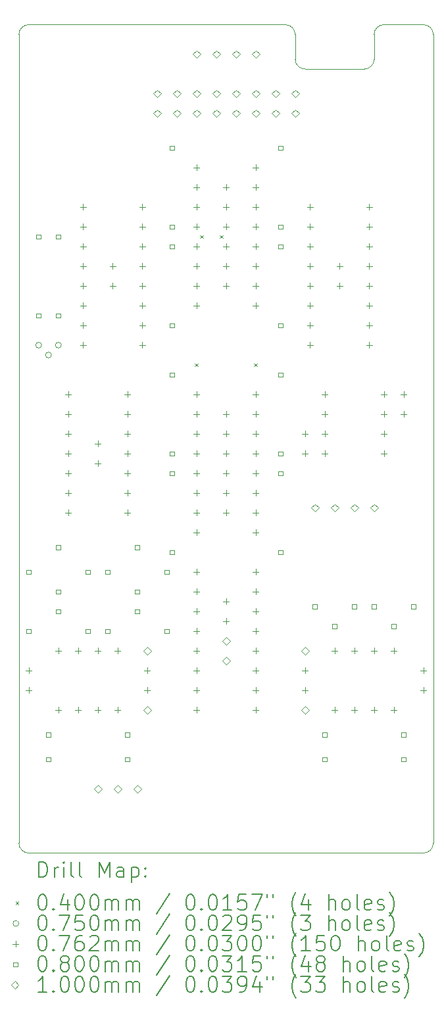
<source format=gbr>
%FSLAX45Y45*%
G04 Gerber Fmt 4.5, Leading zero omitted, Abs format (unit mm)*
G04 Created by KiCad (PCBNEW (6.0.0)) date 2022-08-08 23:12:58*
%MOMM*%
%LPD*%
G01*
G04 APERTURE LIST*
%TA.AperFunction,Profile*%
%ADD10C,0.050000*%
%TD*%
%ADD11C,0.200000*%
%ADD12C,0.040000*%
%ADD13C,0.075000*%
%ADD14C,0.076200*%
%ADD15C,0.080000*%
%ADD16C,0.100000*%
G04 APERTURE END LIST*
D10*
X5207000Y0D02*
X4699000Y0D01*
X3683000Y-571500D02*
X4445000Y-571500D01*
X0Y-10541000D02*
X0Y-127000D01*
X3429000Y0D02*
X127000Y0D01*
X0Y-10541000D02*
G75*
G03*
X127000Y-10668000I127000J0D01*
G01*
X5207000Y-10668000D02*
X127000Y-10668000D01*
X3556000Y-127000D02*
G75*
G03*
X3429000Y0I-127000J0D01*
G01*
X3556000Y-444500D02*
G75*
G03*
X3683000Y-571500I127000J0D01*
G01*
X5334000Y-127000D02*
X5334000Y-10541000D01*
X127000Y0D02*
G75*
G03*
X0Y-127000I0J-127000D01*
G01*
X4699000Y0D02*
G75*
G03*
X4572000Y-127000I0J-127000D01*
G01*
X5334000Y-127000D02*
G75*
G03*
X5207000Y0I-127000J0D01*
G01*
X3556000Y-127000D02*
X3556000Y-444500D01*
X4445000Y-571500D02*
G75*
G03*
X4572000Y-444500I0J127000D01*
G01*
X5207000Y-10668000D02*
G75*
G03*
X5334000Y-10541000I0J127000D01*
G01*
X4572000Y-444500D02*
X4572000Y-127000D01*
D11*
D12*
X2266000Y-4361500D02*
X2306000Y-4401500D01*
X2306000Y-4361500D02*
X2266000Y-4401500D01*
X2329500Y-2710500D02*
X2369500Y-2750500D01*
X2369500Y-2710500D02*
X2329500Y-2750500D01*
X2583500Y-2710500D02*
X2623500Y-2750500D01*
X2623500Y-2710500D02*
X2583500Y-2750500D01*
X3028000Y-4361500D02*
X3068000Y-4401500D01*
X3068000Y-4361500D02*
X3028000Y-4401500D01*
D13*
X291500Y-4127500D02*
G75*
G03*
X291500Y-4127500I-37500J0D01*
G01*
X418500Y-4254500D02*
G75*
G03*
X418500Y-4254500I-37500J0D01*
G01*
X545500Y-4127500D02*
G75*
G03*
X545500Y-4127500I-37500J0D01*
G01*
D14*
X127000Y-8280400D02*
X127000Y-8356600D01*
X88900Y-8318500D02*
X165100Y-8318500D01*
X127000Y-8534400D02*
X127000Y-8610600D01*
X88900Y-8572500D02*
X165100Y-8572500D01*
X508000Y-8026400D02*
X508000Y-8102600D01*
X469900Y-8064500D02*
X546100Y-8064500D01*
X508000Y-8788400D02*
X508000Y-8864600D01*
X469900Y-8826500D02*
X546100Y-8826500D01*
X635000Y-4724400D02*
X635000Y-4800600D01*
X596900Y-4762500D02*
X673100Y-4762500D01*
X635000Y-4978400D02*
X635000Y-5054600D01*
X596900Y-5016500D02*
X673100Y-5016500D01*
X635000Y-5232400D02*
X635000Y-5308600D01*
X596900Y-5270500D02*
X673100Y-5270500D01*
X635000Y-5486400D02*
X635000Y-5562600D01*
X596900Y-5524500D02*
X673100Y-5524500D01*
X635000Y-5740400D02*
X635000Y-5816600D01*
X596900Y-5778500D02*
X673100Y-5778500D01*
X635000Y-5994400D02*
X635000Y-6070600D01*
X596900Y-6032500D02*
X673100Y-6032500D01*
X635000Y-6248400D02*
X635000Y-6324600D01*
X596900Y-6286500D02*
X673100Y-6286500D01*
X762000Y-8026400D02*
X762000Y-8102600D01*
X723900Y-8064500D02*
X800100Y-8064500D01*
X762000Y-8788400D02*
X762000Y-8864600D01*
X723900Y-8826500D02*
X800100Y-8826500D01*
X825500Y-2311400D02*
X825500Y-2387600D01*
X787400Y-2349500D02*
X863600Y-2349500D01*
X825500Y-2565400D02*
X825500Y-2641600D01*
X787400Y-2603500D02*
X863600Y-2603500D01*
X825500Y-2819400D02*
X825500Y-2895600D01*
X787400Y-2857500D02*
X863600Y-2857500D01*
X825500Y-3073400D02*
X825500Y-3149600D01*
X787400Y-3111500D02*
X863600Y-3111500D01*
X825500Y-3327400D02*
X825500Y-3403600D01*
X787400Y-3365500D02*
X863600Y-3365500D01*
X825500Y-3581400D02*
X825500Y-3657600D01*
X787400Y-3619500D02*
X863600Y-3619500D01*
X825500Y-3835400D02*
X825500Y-3911600D01*
X787400Y-3873500D02*
X863600Y-3873500D01*
X825500Y-4089400D02*
X825500Y-4165600D01*
X787400Y-4127500D02*
X863600Y-4127500D01*
X1016000Y-5359400D02*
X1016000Y-5435600D01*
X977900Y-5397500D02*
X1054100Y-5397500D01*
X1016000Y-5613400D02*
X1016000Y-5689600D01*
X977900Y-5651500D02*
X1054100Y-5651500D01*
X1016000Y-8026400D02*
X1016000Y-8102600D01*
X977900Y-8064500D02*
X1054100Y-8064500D01*
X1016000Y-8788400D02*
X1016000Y-8864600D01*
X977900Y-8826500D02*
X1054100Y-8826500D01*
X1206500Y-3073400D02*
X1206500Y-3149600D01*
X1168400Y-3111500D02*
X1244600Y-3111500D01*
X1206500Y-3327400D02*
X1206500Y-3403600D01*
X1168400Y-3365500D02*
X1244600Y-3365500D01*
X1270000Y-8026400D02*
X1270000Y-8102600D01*
X1231900Y-8064500D02*
X1308100Y-8064500D01*
X1270000Y-8788400D02*
X1270000Y-8864600D01*
X1231900Y-8826500D02*
X1308100Y-8826500D01*
X1397000Y-4724400D02*
X1397000Y-4800600D01*
X1358900Y-4762500D02*
X1435100Y-4762500D01*
X1397000Y-4978400D02*
X1397000Y-5054600D01*
X1358900Y-5016500D02*
X1435100Y-5016500D01*
X1397000Y-5232400D02*
X1397000Y-5308600D01*
X1358900Y-5270500D02*
X1435100Y-5270500D01*
X1397000Y-5486400D02*
X1397000Y-5562600D01*
X1358900Y-5524500D02*
X1435100Y-5524500D01*
X1397000Y-5740400D02*
X1397000Y-5816600D01*
X1358900Y-5778500D02*
X1435100Y-5778500D01*
X1397000Y-5994400D02*
X1397000Y-6070600D01*
X1358900Y-6032500D02*
X1435100Y-6032500D01*
X1397000Y-6248400D02*
X1397000Y-6324600D01*
X1358900Y-6286500D02*
X1435100Y-6286500D01*
X1587500Y-2311400D02*
X1587500Y-2387600D01*
X1549400Y-2349500D02*
X1625600Y-2349500D01*
X1587500Y-2565400D02*
X1587500Y-2641600D01*
X1549400Y-2603500D02*
X1625600Y-2603500D01*
X1587500Y-2819400D02*
X1587500Y-2895600D01*
X1549400Y-2857500D02*
X1625600Y-2857500D01*
X1587500Y-3073400D02*
X1587500Y-3149600D01*
X1549400Y-3111500D02*
X1625600Y-3111500D01*
X1587500Y-3327400D02*
X1587500Y-3403600D01*
X1549400Y-3365500D02*
X1625600Y-3365500D01*
X1587500Y-3581400D02*
X1587500Y-3657600D01*
X1549400Y-3619500D02*
X1625600Y-3619500D01*
X1587500Y-3835400D02*
X1587500Y-3911600D01*
X1549400Y-3873500D02*
X1625600Y-3873500D01*
X1587500Y-4089400D02*
X1587500Y-4165600D01*
X1549400Y-4127500D02*
X1625600Y-4127500D01*
X1651000Y-8280400D02*
X1651000Y-8356600D01*
X1612900Y-8318500D02*
X1689100Y-8318500D01*
X1651000Y-8534400D02*
X1651000Y-8610600D01*
X1612900Y-8572500D02*
X1689100Y-8572500D01*
X2286000Y-1803400D02*
X2286000Y-1879600D01*
X2247900Y-1841500D02*
X2324100Y-1841500D01*
X2286000Y-2057400D02*
X2286000Y-2133600D01*
X2247900Y-2095500D02*
X2324100Y-2095500D01*
X2286000Y-2311400D02*
X2286000Y-2387600D01*
X2247900Y-2349500D02*
X2324100Y-2349500D01*
X2286000Y-2565400D02*
X2286000Y-2641600D01*
X2247900Y-2603500D02*
X2324100Y-2603500D01*
X2286000Y-2819400D02*
X2286000Y-2895600D01*
X2247900Y-2857500D02*
X2324100Y-2857500D01*
X2286000Y-3073400D02*
X2286000Y-3149600D01*
X2247900Y-3111500D02*
X2324100Y-3111500D01*
X2286000Y-3327400D02*
X2286000Y-3403600D01*
X2247900Y-3365500D02*
X2324100Y-3365500D01*
X2286000Y-3581400D02*
X2286000Y-3657600D01*
X2247900Y-3619500D02*
X2324100Y-3619500D01*
X2286000Y-4724400D02*
X2286000Y-4800600D01*
X2247900Y-4762500D02*
X2324100Y-4762500D01*
X2286000Y-4978400D02*
X2286000Y-5054600D01*
X2247900Y-5016500D02*
X2324100Y-5016500D01*
X2286000Y-5232400D02*
X2286000Y-5308600D01*
X2247900Y-5270500D02*
X2324100Y-5270500D01*
X2286000Y-5486400D02*
X2286000Y-5562600D01*
X2247900Y-5524500D02*
X2324100Y-5524500D01*
X2286000Y-5740400D02*
X2286000Y-5816600D01*
X2247900Y-5778500D02*
X2324100Y-5778500D01*
X2286000Y-5994400D02*
X2286000Y-6070600D01*
X2247900Y-6032500D02*
X2324100Y-6032500D01*
X2286000Y-6248400D02*
X2286000Y-6324600D01*
X2247900Y-6286500D02*
X2324100Y-6286500D01*
X2286000Y-6502400D02*
X2286000Y-6578600D01*
X2247900Y-6540500D02*
X2324100Y-6540500D01*
X2286000Y-7010400D02*
X2286000Y-7086600D01*
X2247900Y-7048500D02*
X2324100Y-7048500D01*
X2286000Y-7264400D02*
X2286000Y-7340600D01*
X2247900Y-7302500D02*
X2324100Y-7302500D01*
X2286000Y-7518400D02*
X2286000Y-7594600D01*
X2247900Y-7556500D02*
X2324100Y-7556500D01*
X2286000Y-7772400D02*
X2286000Y-7848600D01*
X2247900Y-7810500D02*
X2324100Y-7810500D01*
X2286000Y-8026400D02*
X2286000Y-8102600D01*
X2247900Y-8064500D02*
X2324100Y-8064500D01*
X2286000Y-8280400D02*
X2286000Y-8356600D01*
X2247900Y-8318500D02*
X2324100Y-8318500D01*
X2286000Y-8534400D02*
X2286000Y-8610600D01*
X2247900Y-8572500D02*
X2324100Y-8572500D01*
X2286000Y-8788400D02*
X2286000Y-8864600D01*
X2247900Y-8826500D02*
X2324100Y-8826500D01*
X2667000Y-2057400D02*
X2667000Y-2133600D01*
X2628900Y-2095500D02*
X2705100Y-2095500D01*
X2667000Y-2311400D02*
X2667000Y-2387600D01*
X2628900Y-2349500D02*
X2705100Y-2349500D01*
X2667000Y-2565400D02*
X2667000Y-2641600D01*
X2628900Y-2603500D02*
X2705100Y-2603500D01*
X2667000Y-2819400D02*
X2667000Y-2895600D01*
X2628900Y-2857500D02*
X2705100Y-2857500D01*
X2667000Y-3073400D02*
X2667000Y-3149600D01*
X2628900Y-3111500D02*
X2705100Y-3111500D01*
X2667000Y-3327400D02*
X2667000Y-3403600D01*
X2628900Y-3365500D02*
X2705100Y-3365500D01*
X2667000Y-4978400D02*
X2667000Y-5054600D01*
X2628900Y-5016500D02*
X2705100Y-5016500D01*
X2667000Y-5232400D02*
X2667000Y-5308600D01*
X2628900Y-5270500D02*
X2705100Y-5270500D01*
X2667000Y-5486400D02*
X2667000Y-5562600D01*
X2628900Y-5524500D02*
X2705100Y-5524500D01*
X2667000Y-5740400D02*
X2667000Y-5816600D01*
X2628900Y-5778500D02*
X2705100Y-5778500D01*
X2667000Y-5994400D02*
X2667000Y-6070600D01*
X2628900Y-6032500D02*
X2705100Y-6032500D01*
X2667000Y-6248400D02*
X2667000Y-6324600D01*
X2628900Y-6286500D02*
X2705100Y-6286500D01*
X2667000Y-7391400D02*
X2667000Y-7467600D01*
X2628900Y-7429500D02*
X2705100Y-7429500D01*
X2667000Y-7645400D02*
X2667000Y-7721600D01*
X2628900Y-7683500D02*
X2705100Y-7683500D01*
X3048000Y-1803400D02*
X3048000Y-1879600D01*
X3009900Y-1841500D02*
X3086100Y-1841500D01*
X3048000Y-2057400D02*
X3048000Y-2133600D01*
X3009900Y-2095500D02*
X3086100Y-2095500D01*
X3048000Y-2311400D02*
X3048000Y-2387600D01*
X3009900Y-2349500D02*
X3086100Y-2349500D01*
X3048000Y-2565400D02*
X3048000Y-2641600D01*
X3009900Y-2603500D02*
X3086100Y-2603500D01*
X3048000Y-2819400D02*
X3048000Y-2895600D01*
X3009900Y-2857500D02*
X3086100Y-2857500D01*
X3048000Y-3073400D02*
X3048000Y-3149600D01*
X3009900Y-3111500D02*
X3086100Y-3111500D01*
X3048000Y-3327400D02*
X3048000Y-3403600D01*
X3009900Y-3365500D02*
X3086100Y-3365500D01*
X3048000Y-3581400D02*
X3048000Y-3657600D01*
X3009900Y-3619500D02*
X3086100Y-3619500D01*
X3048000Y-4724400D02*
X3048000Y-4800600D01*
X3009900Y-4762500D02*
X3086100Y-4762500D01*
X3048000Y-4978400D02*
X3048000Y-5054600D01*
X3009900Y-5016500D02*
X3086100Y-5016500D01*
X3048000Y-5232400D02*
X3048000Y-5308600D01*
X3009900Y-5270500D02*
X3086100Y-5270500D01*
X3048000Y-5486400D02*
X3048000Y-5562600D01*
X3009900Y-5524500D02*
X3086100Y-5524500D01*
X3048000Y-5740400D02*
X3048000Y-5816600D01*
X3009900Y-5778500D02*
X3086100Y-5778500D01*
X3048000Y-5994400D02*
X3048000Y-6070600D01*
X3009900Y-6032500D02*
X3086100Y-6032500D01*
X3048000Y-6248400D02*
X3048000Y-6324600D01*
X3009900Y-6286500D02*
X3086100Y-6286500D01*
X3048000Y-6502400D02*
X3048000Y-6578600D01*
X3009900Y-6540500D02*
X3086100Y-6540500D01*
X3048000Y-7010400D02*
X3048000Y-7086600D01*
X3009900Y-7048500D02*
X3086100Y-7048500D01*
X3048000Y-7264400D02*
X3048000Y-7340600D01*
X3009900Y-7302500D02*
X3086100Y-7302500D01*
X3048000Y-7518400D02*
X3048000Y-7594600D01*
X3009900Y-7556500D02*
X3086100Y-7556500D01*
X3048000Y-7772400D02*
X3048000Y-7848600D01*
X3009900Y-7810500D02*
X3086100Y-7810500D01*
X3048000Y-8026400D02*
X3048000Y-8102600D01*
X3009900Y-8064500D02*
X3086100Y-8064500D01*
X3048000Y-8280400D02*
X3048000Y-8356600D01*
X3009900Y-8318500D02*
X3086100Y-8318500D01*
X3048000Y-8534400D02*
X3048000Y-8610600D01*
X3009900Y-8572500D02*
X3086100Y-8572500D01*
X3048000Y-8788400D02*
X3048000Y-8864600D01*
X3009900Y-8826500D02*
X3086100Y-8826500D01*
X3683000Y-5232400D02*
X3683000Y-5308600D01*
X3644900Y-5270500D02*
X3721100Y-5270500D01*
X3683000Y-5486400D02*
X3683000Y-5562600D01*
X3644900Y-5524500D02*
X3721100Y-5524500D01*
X3683000Y-8280400D02*
X3683000Y-8356600D01*
X3644900Y-8318500D02*
X3721100Y-8318500D01*
X3683000Y-8534400D02*
X3683000Y-8610600D01*
X3644900Y-8572500D02*
X3721100Y-8572500D01*
X3746500Y-2311400D02*
X3746500Y-2387600D01*
X3708400Y-2349500D02*
X3784600Y-2349500D01*
X3746500Y-2565400D02*
X3746500Y-2641600D01*
X3708400Y-2603500D02*
X3784600Y-2603500D01*
X3746500Y-2819400D02*
X3746500Y-2895600D01*
X3708400Y-2857500D02*
X3784600Y-2857500D01*
X3746500Y-3073400D02*
X3746500Y-3149600D01*
X3708400Y-3111500D02*
X3784600Y-3111500D01*
X3746500Y-3327400D02*
X3746500Y-3403600D01*
X3708400Y-3365500D02*
X3784600Y-3365500D01*
X3746500Y-3581400D02*
X3746500Y-3657600D01*
X3708400Y-3619500D02*
X3784600Y-3619500D01*
X3746500Y-3835400D02*
X3746500Y-3911600D01*
X3708400Y-3873500D02*
X3784600Y-3873500D01*
X3746500Y-4089400D02*
X3746500Y-4165600D01*
X3708400Y-4127500D02*
X3784600Y-4127500D01*
X3937000Y-4724400D02*
X3937000Y-4800600D01*
X3898900Y-4762500D02*
X3975100Y-4762500D01*
X3937000Y-4978400D02*
X3937000Y-5054600D01*
X3898900Y-5016500D02*
X3975100Y-5016500D01*
X3937000Y-5232400D02*
X3937000Y-5308600D01*
X3898900Y-5270500D02*
X3975100Y-5270500D01*
X3937000Y-5486400D02*
X3937000Y-5562600D01*
X3898900Y-5524500D02*
X3975100Y-5524500D01*
X4064000Y-8026400D02*
X4064000Y-8102600D01*
X4025900Y-8064500D02*
X4102100Y-8064500D01*
X4064000Y-8788400D02*
X4064000Y-8864600D01*
X4025900Y-8826500D02*
X4102100Y-8826500D01*
X4127500Y-3073400D02*
X4127500Y-3149600D01*
X4089400Y-3111500D02*
X4165600Y-3111500D01*
X4127500Y-3327400D02*
X4127500Y-3403600D01*
X4089400Y-3365500D02*
X4165600Y-3365500D01*
X4318000Y-8026400D02*
X4318000Y-8102600D01*
X4279900Y-8064500D02*
X4356100Y-8064500D01*
X4318000Y-8788400D02*
X4318000Y-8864600D01*
X4279900Y-8826500D02*
X4356100Y-8826500D01*
X4508500Y-2311400D02*
X4508500Y-2387600D01*
X4470400Y-2349500D02*
X4546600Y-2349500D01*
X4508500Y-2565400D02*
X4508500Y-2641600D01*
X4470400Y-2603500D02*
X4546600Y-2603500D01*
X4508500Y-2819400D02*
X4508500Y-2895600D01*
X4470400Y-2857500D02*
X4546600Y-2857500D01*
X4508500Y-3073400D02*
X4508500Y-3149600D01*
X4470400Y-3111500D02*
X4546600Y-3111500D01*
X4508500Y-3327400D02*
X4508500Y-3403600D01*
X4470400Y-3365500D02*
X4546600Y-3365500D01*
X4508500Y-3581400D02*
X4508500Y-3657600D01*
X4470400Y-3619500D02*
X4546600Y-3619500D01*
X4508500Y-3835400D02*
X4508500Y-3911600D01*
X4470400Y-3873500D02*
X4546600Y-3873500D01*
X4508500Y-4089400D02*
X4508500Y-4165600D01*
X4470400Y-4127500D02*
X4546600Y-4127500D01*
X4572000Y-8026400D02*
X4572000Y-8102600D01*
X4533900Y-8064500D02*
X4610100Y-8064500D01*
X4572000Y-8788400D02*
X4572000Y-8864600D01*
X4533900Y-8826500D02*
X4610100Y-8826500D01*
X4699000Y-4724400D02*
X4699000Y-4800600D01*
X4660900Y-4762500D02*
X4737100Y-4762500D01*
X4699000Y-4978400D02*
X4699000Y-5054600D01*
X4660900Y-5016500D02*
X4737100Y-5016500D01*
X4699000Y-5232400D02*
X4699000Y-5308600D01*
X4660900Y-5270500D02*
X4737100Y-5270500D01*
X4699000Y-5486400D02*
X4699000Y-5562600D01*
X4660900Y-5524500D02*
X4737100Y-5524500D01*
X4826000Y-8026400D02*
X4826000Y-8102600D01*
X4787900Y-8064500D02*
X4864100Y-8064500D01*
X4826000Y-8788400D02*
X4826000Y-8864600D01*
X4787900Y-8826500D02*
X4864100Y-8826500D01*
X4953000Y-4724400D02*
X4953000Y-4800600D01*
X4914900Y-4762500D02*
X4991100Y-4762500D01*
X4953000Y-4978400D02*
X4953000Y-5054600D01*
X4914900Y-5016500D02*
X4991100Y-5016500D01*
X5207000Y-8280400D02*
X5207000Y-8356600D01*
X5168900Y-8318500D02*
X5245100Y-8318500D01*
X5207000Y-8534400D02*
X5207000Y-8610600D01*
X5168900Y-8572500D02*
X5245100Y-8572500D01*
D15*
X155285Y-7076784D02*
X155285Y-7020215D01*
X98715Y-7020215D01*
X98715Y-7076784D01*
X155285Y-7076784D01*
X155285Y-7838784D02*
X155285Y-7782215D01*
X98715Y-7782215D01*
X98715Y-7838784D01*
X155285Y-7838784D01*
X282285Y-2758785D02*
X282285Y-2702216D01*
X225715Y-2702216D01*
X225715Y-2758785D01*
X282285Y-2758785D01*
X282285Y-3774784D02*
X282285Y-3718215D01*
X225715Y-3718215D01*
X225715Y-3774784D01*
X282285Y-3774784D01*
X409284Y-9172285D02*
X409284Y-9115716D01*
X352715Y-9115716D01*
X352715Y-9172285D01*
X409284Y-9172285D01*
X409284Y-9489785D02*
X409284Y-9433216D01*
X352715Y-9433216D01*
X352715Y-9489785D01*
X409284Y-9489785D01*
X536285Y-2758785D02*
X536285Y-2702216D01*
X479715Y-2702216D01*
X479715Y-2758785D01*
X536285Y-2758785D01*
X536285Y-3774784D02*
X536285Y-3718215D01*
X479715Y-3718215D01*
X479715Y-3774784D01*
X536285Y-3774784D01*
X536285Y-6759284D02*
X536285Y-6702715D01*
X479715Y-6702715D01*
X479715Y-6759284D01*
X536285Y-6759284D01*
X536285Y-7330784D02*
X536285Y-7274215D01*
X479715Y-7274215D01*
X479715Y-7330784D01*
X536285Y-7330784D01*
X536285Y-7584784D02*
X536285Y-7528215D01*
X479715Y-7528215D01*
X479715Y-7584784D01*
X536285Y-7584784D01*
X917284Y-7076784D02*
X917284Y-7020215D01*
X860715Y-7020215D01*
X860715Y-7076784D01*
X917284Y-7076784D01*
X917284Y-7838784D02*
X917284Y-7782215D01*
X860715Y-7782215D01*
X860715Y-7838784D01*
X917284Y-7838784D01*
X1171285Y-7076784D02*
X1171285Y-7020215D01*
X1114716Y-7020215D01*
X1114716Y-7076784D01*
X1171285Y-7076784D01*
X1171285Y-7838784D02*
X1171285Y-7782215D01*
X1114716Y-7782215D01*
X1114716Y-7838784D01*
X1171285Y-7838784D01*
X1425284Y-9172285D02*
X1425284Y-9115716D01*
X1368716Y-9115716D01*
X1368716Y-9172285D01*
X1425284Y-9172285D01*
X1425284Y-9489785D02*
X1425284Y-9433216D01*
X1368716Y-9433216D01*
X1368716Y-9489785D01*
X1425284Y-9489785D01*
X1552284Y-6759284D02*
X1552284Y-6702715D01*
X1495715Y-6702715D01*
X1495715Y-6759284D01*
X1552284Y-6759284D01*
X1552284Y-7330784D02*
X1552284Y-7274215D01*
X1495715Y-7274215D01*
X1495715Y-7330784D01*
X1552284Y-7330784D01*
X1552284Y-7584784D02*
X1552284Y-7528215D01*
X1495715Y-7528215D01*
X1495715Y-7584784D01*
X1552284Y-7584784D01*
X1933284Y-7076784D02*
X1933284Y-7020215D01*
X1876715Y-7020215D01*
X1876715Y-7076784D01*
X1933284Y-7076784D01*
X1933284Y-7838784D02*
X1933284Y-7782215D01*
X1876715Y-7782215D01*
X1876715Y-7838784D01*
X1933284Y-7838784D01*
X1996784Y-1615784D02*
X1996784Y-1559215D01*
X1940215Y-1559215D01*
X1940215Y-1615784D01*
X1996784Y-1615784D01*
X1996784Y-2631785D02*
X1996784Y-2575216D01*
X1940215Y-2575216D01*
X1940215Y-2631785D01*
X1996784Y-2631785D01*
X1996784Y-2885784D02*
X1996784Y-2829215D01*
X1940215Y-2829215D01*
X1940215Y-2885784D01*
X1996784Y-2885784D01*
X1996784Y-3901784D02*
X1996784Y-3845215D01*
X1940215Y-3845215D01*
X1940215Y-3901784D01*
X1996784Y-3901784D01*
X1996784Y-4536785D02*
X1996784Y-4480216D01*
X1940215Y-4480216D01*
X1940215Y-4536785D01*
X1996784Y-4536785D01*
X1996784Y-5552785D02*
X1996784Y-5496216D01*
X1940215Y-5496216D01*
X1940215Y-5552785D01*
X1996784Y-5552785D01*
X1996784Y-5806784D02*
X1996784Y-5750215D01*
X1940215Y-5750215D01*
X1940215Y-5806784D01*
X1996784Y-5806784D01*
X1996784Y-6822784D02*
X1996784Y-6766215D01*
X1940215Y-6766215D01*
X1940215Y-6822784D01*
X1996784Y-6822784D01*
X3393784Y-1615784D02*
X3393784Y-1559215D01*
X3337215Y-1559215D01*
X3337215Y-1615784D01*
X3393784Y-1615784D01*
X3393784Y-2631785D02*
X3393784Y-2575216D01*
X3337215Y-2575216D01*
X3337215Y-2631785D01*
X3393784Y-2631785D01*
X3393784Y-2885784D02*
X3393784Y-2829215D01*
X3337215Y-2829215D01*
X3337215Y-2885784D01*
X3393784Y-2885784D01*
X3393784Y-3901784D02*
X3393784Y-3845215D01*
X3337215Y-3845215D01*
X3337215Y-3901784D01*
X3393784Y-3901784D01*
X3393784Y-4536785D02*
X3393784Y-4480216D01*
X3337215Y-4480216D01*
X3337215Y-4536785D01*
X3393784Y-4536785D01*
X3393784Y-5552785D02*
X3393784Y-5496216D01*
X3337215Y-5496216D01*
X3337215Y-5552785D01*
X3393784Y-5552785D01*
X3393784Y-5806784D02*
X3393784Y-5750215D01*
X3337215Y-5750215D01*
X3337215Y-5806784D01*
X3393784Y-5806784D01*
X3393784Y-6822784D02*
X3393784Y-6766215D01*
X3337215Y-6766215D01*
X3337215Y-6822784D01*
X3393784Y-6822784D01*
X3838284Y-7521284D02*
X3838284Y-7464715D01*
X3781715Y-7464715D01*
X3781715Y-7521284D01*
X3838284Y-7521284D01*
X3965284Y-9172285D02*
X3965284Y-9115716D01*
X3908715Y-9115716D01*
X3908715Y-9172285D01*
X3965284Y-9172285D01*
X3965284Y-9489785D02*
X3965284Y-9433216D01*
X3908715Y-9433216D01*
X3908715Y-9489785D01*
X3965284Y-9489785D01*
X4092284Y-7775284D02*
X4092284Y-7718715D01*
X4035715Y-7718715D01*
X4035715Y-7775284D01*
X4092284Y-7775284D01*
X4346285Y-7521284D02*
X4346285Y-7464715D01*
X4289716Y-7464715D01*
X4289716Y-7521284D01*
X4346285Y-7521284D01*
X4600285Y-7521284D02*
X4600285Y-7464715D01*
X4543716Y-7464715D01*
X4543716Y-7521284D01*
X4600285Y-7521284D01*
X4854285Y-7775284D02*
X4854285Y-7718715D01*
X4797716Y-7718715D01*
X4797716Y-7775284D01*
X4854285Y-7775284D01*
X4981285Y-9172285D02*
X4981285Y-9115716D01*
X4924716Y-9115716D01*
X4924716Y-9172285D01*
X4981285Y-9172285D01*
X4981285Y-9489785D02*
X4981285Y-9433216D01*
X4924716Y-9433216D01*
X4924716Y-9489785D01*
X4981285Y-9489785D01*
X5108285Y-7521284D02*
X5108285Y-7464715D01*
X5051716Y-7464715D01*
X5051716Y-7521284D01*
X5108285Y-7521284D01*
D16*
X1016000Y-9892500D02*
X1066000Y-9842500D01*
X1016000Y-9792500D01*
X966000Y-9842500D01*
X1016000Y-9892500D01*
X1270000Y-9892500D02*
X1320000Y-9842500D01*
X1270000Y-9792500D01*
X1220000Y-9842500D01*
X1270000Y-9892500D01*
X1524000Y-9892500D02*
X1574000Y-9842500D01*
X1524000Y-9792500D01*
X1474000Y-9842500D01*
X1524000Y-9892500D01*
X1651000Y-8114500D02*
X1701000Y-8064500D01*
X1651000Y-8014500D01*
X1601000Y-8064500D01*
X1651000Y-8114500D01*
X1651000Y-8876500D02*
X1701000Y-8826500D01*
X1651000Y-8776500D01*
X1601000Y-8826500D01*
X1651000Y-8876500D01*
X1778000Y-939000D02*
X1828000Y-889000D01*
X1778000Y-839000D01*
X1728000Y-889000D01*
X1778000Y-939000D01*
X1778000Y-1193000D02*
X1828000Y-1143000D01*
X1778000Y-1093000D01*
X1728000Y-1143000D01*
X1778000Y-1193000D01*
X2032000Y-939000D02*
X2082000Y-889000D01*
X2032000Y-839000D01*
X1982000Y-889000D01*
X2032000Y-939000D01*
X2032000Y-1193000D02*
X2082000Y-1143000D01*
X2032000Y-1093000D01*
X1982000Y-1143000D01*
X2032000Y-1193000D01*
X2286000Y-431000D02*
X2336000Y-381000D01*
X2286000Y-331000D01*
X2236000Y-381000D01*
X2286000Y-431000D01*
X2286000Y-939000D02*
X2336000Y-889000D01*
X2286000Y-839000D01*
X2236000Y-889000D01*
X2286000Y-939000D01*
X2286000Y-1193000D02*
X2336000Y-1143000D01*
X2286000Y-1093000D01*
X2236000Y-1143000D01*
X2286000Y-1193000D01*
X2540000Y-431000D02*
X2590000Y-381000D01*
X2540000Y-331000D01*
X2490000Y-381000D01*
X2540000Y-431000D01*
X2540000Y-939000D02*
X2590000Y-889000D01*
X2540000Y-839000D01*
X2490000Y-889000D01*
X2540000Y-939000D01*
X2540000Y-1193000D02*
X2590000Y-1143000D01*
X2540000Y-1093000D01*
X2490000Y-1143000D01*
X2540000Y-1193000D01*
X2667000Y-7987000D02*
X2717000Y-7937000D01*
X2667000Y-7887000D01*
X2617000Y-7937000D01*
X2667000Y-7987000D01*
X2667000Y-8241000D02*
X2717000Y-8191000D01*
X2667000Y-8141000D01*
X2617000Y-8191000D01*
X2667000Y-8241000D01*
X2794000Y-431000D02*
X2844000Y-381000D01*
X2794000Y-331000D01*
X2744000Y-381000D01*
X2794000Y-431000D01*
X2794000Y-939000D02*
X2844000Y-889000D01*
X2794000Y-839000D01*
X2744000Y-889000D01*
X2794000Y-939000D01*
X2794000Y-1193000D02*
X2844000Y-1143000D01*
X2794000Y-1093000D01*
X2744000Y-1143000D01*
X2794000Y-1193000D01*
X3048000Y-431000D02*
X3098000Y-381000D01*
X3048000Y-331000D01*
X2998000Y-381000D01*
X3048000Y-431000D01*
X3048000Y-939000D02*
X3098000Y-889000D01*
X3048000Y-839000D01*
X2998000Y-889000D01*
X3048000Y-939000D01*
X3048000Y-1193000D02*
X3098000Y-1143000D01*
X3048000Y-1093000D01*
X2998000Y-1143000D01*
X3048000Y-1193000D01*
X3302000Y-939000D02*
X3352000Y-889000D01*
X3302000Y-839000D01*
X3252000Y-889000D01*
X3302000Y-939000D01*
X3302000Y-1193000D02*
X3352000Y-1143000D01*
X3302000Y-1093000D01*
X3252000Y-1143000D01*
X3302000Y-1193000D01*
X3556000Y-939000D02*
X3606000Y-889000D01*
X3556000Y-839000D01*
X3506000Y-889000D01*
X3556000Y-939000D01*
X3556000Y-1193000D02*
X3606000Y-1143000D01*
X3556000Y-1093000D01*
X3506000Y-1143000D01*
X3556000Y-1193000D01*
X3683000Y-8114500D02*
X3733000Y-8064500D01*
X3683000Y-8014500D01*
X3633000Y-8064500D01*
X3683000Y-8114500D01*
X3683000Y-8876500D02*
X3733000Y-8826500D01*
X3683000Y-8776500D01*
X3633000Y-8826500D01*
X3683000Y-8876500D01*
X3810000Y-6273000D02*
X3860000Y-6223000D01*
X3810000Y-6173000D01*
X3760000Y-6223000D01*
X3810000Y-6273000D01*
X4064000Y-6273000D02*
X4114000Y-6223000D01*
X4064000Y-6173000D01*
X4014000Y-6223000D01*
X4064000Y-6273000D01*
X4318000Y-6273000D02*
X4368000Y-6223000D01*
X4318000Y-6173000D01*
X4268000Y-6223000D01*
X4318000Y-6273000D01*
X4572000Y-6273000D02*
X4622000Y-6223000D01*
X4572000Y-6173000D01*
X4522000Y-6223000D01*
X4572000Y-6273000D01*
D11*
X255119Y-10980976D02*
X255119Y-10780976D01*
X302738Y-10780976D01*
X331310Y-10790500D01*
X350357Y-10809548D01*
X359881Y-10828595D01*
X369405Y-10866690D01*
X369405Y-10895262D01*
X359881Y-10933357D01*
X350357Y-10952405D01*
X331310Y-10971452D01*
X302738Y-10980976D01*
X255119Y-10980976D01*
X455119Y-10980976D02*
X455119Y-10847643D01*
X455119Y-10885738D02*
X464643Y-10866690D01*
X474167Y-10857167D01*
X493214Y-10847643D01*
X512262Y-10847643D01*
X578929Y-10980976D02*
X578929Y-10847643D01*
X578929Y-10780976D02*
X569405Y-10790500D01*
X578929Y-10800024D01*
X588452Y-10790500D01*
X578929Y-10780976D01*
X578929Y-10800024D01*
X702738Y-10980976D02*
X683690Y-10971452D01*
X674167Y-10952405D01*
X674167Y-10780976D01*
X807500Y-10980976D02*
X788452Y-10971452D01*
X778928Y-10952405D01*
X778928Y-10780976D01*
X1036071Y-10980976D02*
X1036071Y-10780976D01*
X1102738Y-10923833D01*
X1169405Y-10780976D01*
X1169405Y-10980976D01*
X1350357Y-10980976D02*
X1350357Y-10876214D01*
X1340833Y-10857167D01*
X1321786Y-10847643D01*
X1283690Y-10847643D01*
X1264643Y-10857167D01*
X1350357Y-10971452D02*
X1331310Y-10980976D01*
X1283690Y-10980976D01*
X1264643Y-10971452D01*
X1255119Y-10952405D01*
X1255119Y-10933357D01*
X1264643Y-10914310D01*
X1283690Y-10904786D01*
X1331310Y-10904786D01*
X1350357Y-10895262D01*
X1445595Y-10847643D02*
X1445595Y-11047643D01*
X1445595Y-10857167D02*
X1464643Y-10847643D01*
X1502738Y-10847643D01*
X1521786Y-10857167D01*
X1531309Y-10866690D01*
X1540833Y-10885738D01*
X1540833Y-10942881D01*
X1531309Y-10961929D01*
X1521786Y-10971452D01*
X1502738Y-10980976D01*
X1464643Y-10980976D01*
X1445595Y-10971452D01*
X1626548Y-10961929D02*
X1636071Y-10971452D01*
X1626548Y-10980976D01*
X1617024Y-10971452D01*
X1626548Y-10961929D01*
X1626548Y-10980976D01*
X1626548Y-10857167D02*
X1636071Y-10866690D01*
X1626548Y-10876214D01*
X1617024Y-10866690D01*
X1626548Y-10857167D01*
X1626548Y-10876214D01*
D12*
X-42500Y-11290500D02*
X-2500Y-11330500D01*
X-2500Y-11290500D02*
X-42500Y-11330500D01*
D11*
X293214Y-11200976D02*
X312262Y-11200976D01*
X331310Y-11210500D01*
X340833Y-11220024D01*
X350357Y-11239071D01*
X359881Y-11277167D01*
X359881Y-11324786D01*
X350357Y-11362881D01*
X340833Y-11381928D01*
X331310Y-11391452D01*
X312262Y-11400976D01*
X293214Y-11400976D01*
X274167Y-11391452D01*
X264643Y-11381928D01*
X255119Y-11362881D01*
X245595Y-11324786D01*
X245595Y-11277167D01*
X255119Y-11239071D01*
X264643Y-11220024D01*
X274167Y-11210500D01*
X293214Y-11200976D01*
X445595Y-11381928D02*
X455119Y-11391452D01*
X445595Y-11400976D01*
X436071Y-11391452D01*
X445595Y-11381928D01*
X445595Y-11400976D01*
X626548Y-11267643D02*
X626548Y-11400976D01*
X578929Y-11191452D02*
X531310Y-11334309D01*
X655119Y-11334309D01*
X769405Y-11200976D02*
X788452Y-11200976D01*
X807500Y-11210500D01*
X817024Y-11220024D01*
X826548Y-11239071D01*
X836071Y-11277167D01*
X836071Y-11324786D01*
X826548Y-11362881D01*
X817024Y-11381928D01*
X807500Y-11391452D01*
X788452Y-11400976D01*
X769405Y-11400976D01*
X750357Y-11391452D01*
X740833Y-11381928D01*
X731309Y-11362881D01*
X721786Y-11324786D01*
X721786Y-11277167D01*
X731309Y-11239071D01*
X740833Y-11220024D01*
X750357Y-11210500D01*
X769405Y-11200976D01*
X959881Y-11200976D02*
X978928Y-11200976D01*
X997976Y-11210500D01*
X1007500Y-11220024D01*
X1017024Y-11239071D01*
X1026548Y-11277167D01*
X1026548Y-11324786D01*
X1017024Y-11362881D01*
X1007500Y-11381928D01*
X997976Y-11391452D01*
X978928Y-11400976D01*
X959881Y-11400976D01*
X940833Y-11391452D01*
X931309Y-11381928D01*
X921786Y-11362881D01*
X912262Y-11324786D01*
X912262Y-11277167D01*
X921786Y-11239071D01*
X931309Y-11220024D01*
X940833Y-11210500D01*
X959881Y-11200976D01*
X1112262Y-11400976D02*
X1112262Y-11267643D01*
X1112262Y-11286690D02*
X1121786Y-11277167D01*
X1140833Y-11267643D01*
X1169405Y-11267643D01*
X1188452Y-11277167D01*
X1197976Y-11296214D01*
X1197976Y-11400976D01*
X1197976Y-11296214D02*
X1207500Y-11277167D01*
X1226548Y-11267643D01*
X1255119Y-11267643D01*
X1274167Y-11277167D01*
X1283690Y-11296214D01*
X1283690Y-11400976D01*
X1378929Y-11400976D02*
X1378929Y-11267643D01*
X1378929Y-11286690D02*
X1388452Y-11277167D01*
X1407500Y-11267643D01*
X1436071Y-11267643D01*
X1455119Y-11277167D01*
X1464643Y-11296214D01*
X1464643Y-11400976D01*
X1464643Y-11296214D02*
X1474167Y-11277167D01*
X1493214Y-11267643D01*
X1521786Y-11267643D01*
X1540833Y-11277167D01*
X1550357Y-11296214D01*
X1550357Y-11400976D01*
X1940833Y-11191452D02*
X1769405Y-11448595D01*
X2197976Y-11200976D02*
X2217024Y-11200976D01*
X2236071Y-11210500D01*
X2245595Y-11220024D01*
X2255119Y-11239071D01*
X2264643Y-11277167D01*
X2264643Y-11324786D01*
X2255119Y-11362881D01*
X2245595Y-11381928D01*
X2236071Y-11391452D01*
X2217024Y-11400976D01*
X2197976Y-11400976D01*
X2178929Y-11391452D01*
X2169405Y-11381928D01*
X2159881Y-11362881D01*
X2150357Y-11324786D01*
X2150357Y-11277167D01*
X2159881Y-11239071D01*
X2169405Y-11220024D01*
X2178929Y-11210500D01*
X2197976Y-11200976D01*
X2350357Y-11381928D02*
X2359881Y-11391452D01*
X2350357Y-11400976D01*
X2340833Y-11391452D01*
X2350357Y-11381928D01*
X2350357Y-11400976D01*
X2483690Y-11200976D02*
X2502738Y-11200976D01*
X2521786Y-11210500D01*
X2531310Y-11220024D01*
X2540833Y-11239071D01*
X2550357Y-11277167D01*
X2550357Y-11324786D01*
X2540833Y-11362881D01*
X2531310Y-11381928D01*
X2521786Y-11391452D01*
X2502738Y-11400976D01*
X2483690Y-11400976D01*
X2464643Y-11391452D01*
X2455119Y-11381928D01*
X2445595Y-11362881D01*
X2436071Y-11324786D01*
X2436071Y-11277167D01*
X2445595Y-11239071D01*
X2455119Y-11220024D01*
X2464643Y-11210500D01*
X2483690Y-11200976D01*
X2740833Y-11400976D02*
X2626548Y-11400976D01*
X2683690Y-11400976D02*
X2683690Y-11200976D01*
X2664643Y-11229548D01*
X2645595Y-11248595D01*
X2626548Y-11258119D01*
X2921786Y-11200976D02*
X2826548Y-11200976D01*
X2817024Y-11296214D01*
X2826548Y-11286690D01*
X2845595Y-11277167D01*
X2893214Y-11277167D01*
X2912262Y-11286690D01*
X2921786Y-11296214D01*
X2931309Y-11315262D01*
X2931309Y-11362881D01*
X2921786Y-11381928D01*
X2912262Y-11391452D01*
X2893214Y-11400976D01*
X2845595Y-11400976D01*
X2826548Y-11391452D01*
X2817024Y-11381928D01*
X2997976Y-11200976D02*
X3131309Y-11200976D01*
X3045595Y-11400976D01*
X3197976Y-11200976D02*
X3197976Y-11239071D01*
X3274167Y-11200976D02*
X3274167Y-11239071D01*
X3569405Y-11477167D02*
X3559881Y-11467643D01*
X3540833Y-11439071D01*
X3531309Y-11420024D01*
X3521786Y-11391452D01*
X3512262Y-11343833D01*
X3512262Y-11305738D01*
X3521786Y-11258119D01*
X3531309Y-11229548D01*
X3540833Y-11210500D01*
X3559881Y-11181929D01*
X3569405Y-11172405D01*
X3731309Y-11267643D02*
X3731309Y-11400976D01*
X3683690Y-11191452D02*
X3636071Y-11334309D01*
X3759881Y-11334309D01*
X3988452Y-11400976D02*
X3988452Y-11200976D01*
X4074167Y-11400976D02*
X4074167Y-11296214D01*
X4064643Y-11277167D01*
X4045595Y-11267643D01*
X4017024Y-11267643D01*
X3997976Y-11277167D01*
X3988452Y-11286690D01*
X4197976Y-11400976D02*
X4178928Y-11391452D01*
X4169405Y-11381928D01*
X4159881Y-11362881D01*
X4159881Y-11305738D01*
X4169405Y-11286690D01*
X4178928Y-11277167D01*
X4197976Y-11267643D01*
X4226548Y-11267643D01*
X4245595Y-11277167D01*
X4255119Y-11286690D01*
X4264643Y-11305738D01*
X4264643Y-11362881D01*
X4255119Y-11381928D01*
X4245595Y-11391452D01*
X4226548Y-11400976D01*
X4197976Y-11400976D01*
X4378929Y-11400976D02*
X4359881Y-11391452D01*
X4350357Y-11372405D01*
X4350357Y-11200976D01*
X4531310Y-11391452D02*
X4512262Y-11400976D01*
X4474167Y-11400976D01*
X4455119Y-11391452D01*
X4445595Y-11372405D01*
X4445595Y-11296214D01*
X4455119Y-11277167D01*
X4474167Y-11267643D01*
X4512262Y-11267643D01*
X4531310Y-11277167D01*
X4540833Y-11296214D01*
X4540833Y-11315262D01*
X4445595Y-11334309D01*
X4617024Y-11391452D02*
X4636071Y-11400976D01*
X4674167Y-11400976D01*
X4693214Y-11391452D01*
X4702738Y-11372405D01*
X4702738Y-11362881D01*
X4693214Y-11343833D01*
X4674167Y-11334309D01*
X4645595Y-11334309D01*
X4626548Y-11324786D01*
X4617024Y-11305738D01*
X4617024Y-11296214D01*
X4626548Y-11277167D01*
X4645595Y-11267643D01*
X4674167Y-11267643D01*
X4693214Y-11277167D01*
X4769405Y-11477167D02*
X4778929Y-11467643D01*
X4797976Y-11439071D01*
X4807500Y-11420024D01*
X4817024Y-11391452D01*
X4826548Y-11343833D01*
X4826548Y-11305738D01*
X4817024Y-11258119D01*
X4807500Y-11229548D01*
X4797976Y-11210500D01*
X4778929Y-11181929D01*
X4769405Y-11172405D01*
D13*
X-2500Y-11574500D02*
G75*
G03*
X-2500Y-11574500I-37500J0D01*
G01*
D11*
X293214Y-11464976D02*
X312262Y-11464976D01*
X331310Y-11474500D01*
X340833Y-11484024D01*
X350357Y-11503071D01*
X359881Y-11541167D01*
X359881Y-11588786D01*
X350357Y-11626881D01*
X340833Y-11645928D01*
X331310Y-11655452D01*
X312262Y-11664976D01*
X293214Y-11664976D01*
X274167Y-11655452D01*
X264643Y-11645928D01*
X255119Y-11626881D01*
X245595Y-11588786D01*
X245595Y-11541167D01*
X255119Y-11503071D01*
X264643Y-11484024D01*
X274167Y-11474500D01*
X293214Y-11464976D01*
X445595Y-11645928D02*
X455119Y-11655452D01*
X445595Y-11664976D01*
X436071Y-11655452D01*
X445595Y-11645928D01*
X445595Y-11664976D01*
X521786Y-11464976D02*
X655119Y-11464976D01*
X569405Y-11664976D01*
X826548Y-11464976D02*
X731309Y-11464976D01*
X721786Y-11560214D01*
X731309Y-11550690D01*
X750357Y-11541167D01*
X797976Y-11541167D01*
X817024Y-11550690D01*
X826548Y-11560214D01*
X836071Y-11579262D01*
X836071Y-11626881D01*
X826548Y-11645928D01*
X817024Y-11655452D01*
X797976Y-11664976D01*
X750357Y-11664976D01*
X731309Y-11655452D01*
X721786Y-11645928D01*
X959881Y-11464976D02*
X978928Y-11464976D01*
X997976Y-11474500D01*
X1007500Y-11484024D01*
X1017024Y-11503071D01*
X1026548Y-11541167D01*
X1026548Y-11588786D01*
X1017024Y-11626881D01*
X1007500Y-11645928D01*
X997976Y-11655452D01*
X978928Y-11664976D01*
X959881Y-11664976D01*
X940833Y-11655452D01*
X931309Y-11645928D01*
X921786Y-11626881D01*
X912262Y-11588786D01*
X912262Y-11541167D01*
X921786Y-11503071D01*
X931309Y-11484024D01*
X940833Y-11474500D01*
X959881Y-11464976D01*
X1112262Y-11664976D02*
X1112262Y-11531643D01*
X1112262Y-11550690D02*
X1121786Y-11541167D01*
X1140833Y-11531643D01*
X1169405Y-11531643D01*
X1188452Y-11541167D01*
X1197976Y-11560214D01*
X1197976Y-11664976D01*
X1197976Y-11560214D02*
X1207500Y-11541167D01*
X1226548Y-11531643D01*
X1255119Y-11531643D01*
X1274167Y-11541167D01*
X1283690Y-11560214D01*
X1283690Y-11664976D01*
X1378929Y-11664976D02*
X1378929Y-11531643D01*
X1378929Y-11550690D02*
X1388452Y-11541167D01*
X1407500Y-11531643D01*
X1436071Y-11531643D01*
X1455119Y-11541167D01*
X1464643Y-11560214D01*
X1464643Y-11664976D01*
X1464643Y-11560214D02*
X1474167Y-11541167D01*
X1493214Y-11531643D01*
X1521786Y-11531643D01*
X1540833Y-11541167D01*
X1550357Y-11560214D01*
X1550357Y-11664976D01*
X1940833Y-11455452D02*
X1769405Y-11712595D01*
X2197976Y-11464976D02*
X2217024Y-11464976D01*
X2236071Y-11474500D01*
X2245595Y-11484024D01*
X2255119Y-11503071D01*
X2264643Y-11541167D01*
X2264643Y-11588786D01*
X2255119Y-11626881D01*
X2245595Y-11645928D01*
X2236071Y-11655452D01*
X2217024Y-11664976D01*
X2197976Y-11664976D01*
X2178929Y-11655452D01*
X2169405Y-11645928D01*
X2159881Y-11626881D01*
X2150357Y-11588786D01*
X2150357Y-11541167D01*
X2159881Y-11503071D01*
X2169405Y-11484024D01*
X2178929Y-11474500D01*
X2197976Y-11464976D01*
X2350357Y-11645928D02*
X2359881Y-11655452D01*
X2350357Y-11664976D01*
X2340833Y-11655452D01*
X2350357Y-11645928D01*
X2350357Y-11664976D01*
X2483690Y-11464976D02*
X2502738Y-11464976D01*
X2521786Y-11474500D01*
X2531310Y-11484024D01*
X2540833Y-11503071D01*
X2550357Y-11541167D01*
X2550357Y-11588786D01*
X2540833Y-11626881D01*
X2531310Y-11645928D01*
X2521786Y-11655452D01*
X2502738Y-11664976D01*
X2483690Y-11664976D01*
X2464643Y-11655452D01*
X2455119Y-11645928D01*
X2445595Y-11626881D01*
X2436071Y-11588786D01*
X2436071Y-11541167D01*
X2445595Y-11503071D01*
X2455119Y-11484024D01*
X2464643Y-11474500D01*
X2483690Y-11464976D01*
X2626548Y-11484024D02*
X2636071Y-11474500D01*
X2655119Y-11464976D01*
X2702738Y-11464976D01*
X2721786Y-11474500D01*
X2731310Y-11484024D01*
X2740833Y-11503071D01*
X2740833Y-11522119D01*
X2731310Y-11550690D01*
X2617024Y-11664976D01*
X2740833Y-11664976D01*
X2836071Y-11664976D02*
X2874167Y-11664976D01*
X2893214Y-11655452D01*
X2902738Y-11645928D01*
X2921786Y-11617357D01*
X2931309Y-11579262D01*
X2931309Y-11503071D01*
X2921786Y-11484024D01*
X2912262Y-11474500D01*
X2893214Y-11464976D01*
X2855119Y-11464976D01*
X2836071Y-11474500D01*
X2826548Y-11484024D01*
X2817024Y-11503071D01*
X2817024Y-11550690D01*
X2826548Y-11569738D01*
X2836071Y-11579262D01*
X2855119Y-11588786D01*
X2893214Y-11588786D01*
X2912262Y-11579262D01*
X2921786Y-11569738D01*
X2931309Y-11550690D01*
X3112262Y-11464976D02*
X3017024Y-11464976D01*
X3007500Y-11560214D01*
X3017024Y-11550690D01*
X3036071Y-11541167D01*
X3083690Y-11541167D01*
X3102738Y-11550690D01*
X3112262Y-11560214D01*
X3121786Y-11579262D01*
X3121786Y-11626881D01*
X3112262Y-11645928D01*
X3102738Y-11655452D01*
X3083690Y-11664976D01*
X3036071Y-11664976D01*
X3017024Y-11655452D01*
X3007500Y-11645928D01*
X3197976Y-11464976D02*
X3197976Y-11503071D01*
X3274167Y-11464976D02*
X3274167Y-11503071D01*
X3569405Y-11741167D02*
X3559881Y-11731643D01*
X3540833Y-11703071D01*
X3531309Y-11684024D01*
X3521786Y-11655452D01*
X3512262Y-11607833D01*
X3512262Y-11569738D01*
X3521786Y-11522119D01*
X3531309Y-11493548D01*
X3540833Y-11474500D01*
X3559881Y-11445928D01*
X3569405Y-11436405D01*
X3626548Y-11464976D02*
X3750357Y-11464976D01*
X3683690Y-11541167D01*
X3712262Y-11541167D01*
X3731309Y-11550690D01*
X3740833Y-11560214D01*
X3750357Y-11579262D01*
X3750357Y-11626881D01*
X3740833Y-11645928D01*
X3731309Y-11655452D01*
X3712262Y-11664976D01*
X3655119Y-11664976D01*
X3636071Y-11655452D01*
X3626548Y-11645928D01*
X3988452Y-11664976D02*
X3988452Y-11464976D01*
X4074167Y-11664976D02*
X4074167Y-11560214D01*
X4064643Y-11541167D01*
X4045595Y-11531643D01*
X4017024Y-11531643D01*
X3997976Y-11541167D01*
X3988452Y-11550690D01*
X4197976Y-11664976D02*
X4178928Y-11655452D01*
X4169405Y-11645928D01*
X4159881Y-11626881D01*
X4159881Y-11569738D01*
X4169405Y-11550690D01*
X4178928Y-11541167D01*
X4197976Y-11531643D01*
X4226548Y-11531643D01*
X4245595Y-11541167D01*
X4255119Y-11550690D01*
X4264643Y-11569738D01*
X4264643Y-11626881D01*
X4255119Y-11645928D01*
X4245595Y-11655452D01*
X4226548Y-11664976D01*
X4197976Y-11664976D01*
X4378929Y-11664976D02*
X4359881Y-11655452D01*
X4350357Y-11636405D01*
X4350357Y-11464976D01*
X4531310Y-11655452D02*
X4512262Y-11664976D01*
X4474167Y-11664976D01*
X4455119Y-11655452D01*
X4445595Y-11636405D01*
X4445595Y-11560214D01*
X4455119Y-11541167D01*
X4474167Y-11531643D01*
X4512262Y-11531643D01*
X4531310Y-11541167D01*
X4540833Y-11560214D01*
X4540833Y-11579262D01*
X4445595Y-11598309D01*
X4617024Y-11655452D02*
X4636071Y-11664976D01*
X4674167Y-11664976D01*
X4693214Y-11655452D01*
X4702738Y-11636405D01*
X4702738Y-11626881D01*
X4693214Y-11607833D01*
X4674167Y-11598309D01*
X4645595Y-11598309D01*
X4626548Y-11588786D01*
X4617024Y-11569738D01*
X4617024Y-11560214D01*
X4626548Y-11541167D01*
X4645595Y-11531643D01*
X4674167Y-11531643D01*
X4693214Y-11541167D01*
X4769405Y-11741167D02*
X4778929Y-11731643D01*
X4797976Y-11703071D01*
X4807500Y-11684024D01*
X4817024Y-11655452D01*
X4826548Y-11607833D01*
X4826548Y-11569738D01*
X4817024Y-11522119D01*
X4807500Y-11493548D01*
X4797976Y-11474500D01*
X4778929Y-11445928D01*
X4769405Y-11436405D01*
D14*
X-40600Y-11800400D02*
X-40600Y-11876600D01*
X-78700Y-11838500D02*
X-2500Y-11838500D01*
D11*
X293214Y-11728976D02*
X312262Y-11728976D01*
X331310Y-11738500D01*
X340833Y-11748024D01*
X350357Y-11767071D01*
X359881Y-11805167D01*
X359881Y-11852786D01*
X350357Y-11890881D01*
X340833Y-11909928D01*
X331310Y-11919452D01*
X312262Y-11928976D01*
X293214Y-11928976D01*
X274167Y-11919452D01*
X264643Y-11909928D01*
X255119Y-11890881D01*
X245595Y-11852786D01*
X245595Y-11805167D01*
X255119Y-11767071D01*
X264643Y-11748024D01*
X274167Y-11738500D01*
X293214Y-11728976D01*
X445595Y-11909928D02*
X455119Y-11919452D01*
X445595Y-11928976D01*
X436071Y-11919452D01*
X445595Y-11909928D01*
X445595Y-11928976D01*
X521786Y-11728976D02*
X655119Y-11728976D01*
X569405Y-11928976D01*
X817024Y-11728976D02*
X778928Y-11728976D01*
X759881Y-11738500D01*
X750357Y-11748024D01*
X731309Y-11776595D01*
X721786Y-11814690D01*
X721786Y-11890881D01*
X731309Y-11909928D01*
X740833Y-11919452D01*
X759881Y-11928976D01*
X797976Y-11928976D01*
X817024Y-11919452D01*
X826548Y-11909928D01*
X836071Y-11890881D01*
X836071Y-11843262D01*
X826548Y-11824214D01*
X817024Y-11814690D01*
X797976Y-11805167D01*
X759881Y-11805167D01*
X740833Y-11814690D01*
X731309Y-11824214D01*
X721786Y-11843262D01*
X912262Y-11748024D02*
X921786Y-11738500D01*
X940833Y-11728976D01*
X988452Y-11728976D01*
X1007500Y-11738500D01*
X1017024Y-11748024D01*
X1026548Y-11767071D01*
X1026548Y-11786119D01*
X1017024Y-11814690D01*
X902738Y-11928976D01*
X1026548Y-11928976D01*
X1112262Y-11928976D02*
X1112262Y-11795643D01*
X1112262Y-11814690D02*
X1121786Y-11805167D01*
X1140833Y-11795643D01*
X1169405Y-11795643D01*
X1188452Y-11805167D01*
X1197976Y-11824214D01*
X1197976Y-11928976D01*
X1197976Y-11824214D02*
X1207500Y-11805167D01*
X1226548Y-11795643D01*
X1255119Y-11795643D01*
X1274167Y-11805167D01*
X1283690Y-11824214D01*
X1283690Y-11928976D01*
X1378929Y-11928976D02*
X1378929Y-11795643D01*
X1378929Y-11814690D02*
X1388452Y-11805167D01*
X1407500Y-11795643D01*
X1436071Y-11795643D01*
X1455119Y-11805167D01*
X1464643Y-11824214D01*
X1464643Y-11928976D01*
X1464643Y-11824214D02*
X1474167Y-11805167D01*
X1493214Y-11795643D01*
X1521786Y-11795643D01*
X1540833Y-11805167D01*
X1550357Y-11824214D01*
X1550357Y-11928976D01*
X1940833Y-11719452D02*
X1769405Y-11976595D01*
X2197976Y-11728976D02*
X2217024Y-11728976D01*
X2236071Y-11738500D01*
X2245595Y-11748024D01*
X2255119Y-11767071D01*
X2264643Y-11805167D01*
X2264643Y-11852786D01*
X2255119Y-11890881D01*
X2245595Y-11909928D01*
X2236071Y-11919452D01*
X2217024Y-11928976D01*
X2197976Y-11928976D01*
X2178929Y-11919452D01*
X2169405Y-11909928D01*
X2159881Y-11890881D01*
X2150357Y-11852786D01*
X2150357Y-11805167D01*
X2159881Y-11767071D01*
X2169405Y-11748024D01*
X2178929Y-11738500D01*
X2197976Y-11728976D01*
X2350357Y-11909928D02*
X2359881Y-11919452D01*
X2350357Y-11928976D01*
X2340833Y-11919452D01*
X2350357Y-11909928D01*
X2350357Y-11928976D01*
X2483690Y-11728976D02*
X2502738Y-11728976D01*
X2521786Y-11738500D01*
X2531310Y-11748024D01*
X2540833Y-11767071D01*
X2550357Y-11805167D01*
X2550357Y-11852786D01*
X2540833Y-11890881D01*
X2531310Y-11909928D01*
X2521786Y-11919452D01*
X2502738Y-11928976D01*
X2483690Y-11928976D01*
X2464643Y-11919452D01*
X2455119Y-11909928D01*
X2445595Y-11890881D01*
X2436071Y-11852786D01*
X2436071Y-11805167D01*
X2445595Y-11767071D01*
X2455119Y-11748024D01*
X2464643Y-11738500D01*
X2483690Y-11728976D01*
X2617024Y-11728976D02*
X2740833Y-11728976D01*
X2674167Y-11805167D01*
X2702738Y-11805167D01*
X2721786Y-11814690D01*
X2731310Y-11824214D01*
X2740833Y-11843262D01*
X2740833Y-11890881D01*
X2731310Y-11909928D01*
X2721786Y-11919452D01*
X2702738Y-11928976D01*
X2645595Y-11928976D01*
X2626548Y-11919452D01*
X2617024Y-11909928D01*
X2864643Y-11728976D02*
X2883690Y-11728976D01*
X2902738Y-11738500D01*
X2912262Y-11748024D01*
X2921786Y-11767071D01*
X2931309Y-11805167D01*
X2931309Y-11852786D01*
X2921786Y-11890881D01*
X2912262Y-11909928D01*
X2902738Y-11919452D01*
X2883690Y-11928976D01*
X2864643Y-11928976D01*
X2845595Y-11919452D01*
X2836071Y-11909928D01*
X2826548Y-11890881D01*
X2817024Y-11852786D01*
X2817024Y-11805167D01*
X2826548Y-11767071D01*
X2836071Y-11748024D01*
X2845595Y-11738500D01*
X2864643Y-11728976D01*
X3055119Y-11728976D02*
X3074167Y-11728976D01*
X3093214Y-11738500D01*
X3102738Y-11748024D01*
X3112262Y-11767071D01*
X3121786Y-11805167D01*
X3121786Y-11852786D01*
X3112262Y-11890881D01*
X3102738Y-11909928D01*
X3093214Y-11919452D01*
X3074167Y-11928976D01*
X3055119Y-11928976D01*
X3036071Y-11919452D01*
X3026548Y-11909928D01*
X3017024Y-11890881D01*
X3007500Y-11852786D01*
X3007500Y-11805167D01*
X3017024Y-11767071D01*
X3026548Y-11748024D01*
X3036071Y-11738500D01*
X3055119Y-11728976D01*
X3197976Y-11728976D02*
X3197976Y-11767071D01*
X3274167Y-11728976D02*
X3274167Y-11767071D01*
X3569405Y-12005167D02*
X3559881Y-11995643D01*
X3540833Y-11967071D01*
X3531309Y-11948024D01*
X3521786Y-11919452D01*
X3512262Y-11871833D01*
X3512262Y-11833738D01*
X3521786Y-11786119D01*
X3531309Y-11757548D01*
X3540833Y-11738500D01*
X3559881Y-11709928D01*
X3569405Y-11700405D01*
X3750357Y-11928976D02*
X3636071Y-11928976D01*
X3693214Y-11928976D02*
X3693214Y-11728976D01*
X3674167Y-11757548D01*
X3655119Y-11776595D01*
X3636071Y-11786119D01*
X3931309Y-11728976D02*
X3836071Y-11728976D01*
X3826548Y-11824214D01*
X3836071Y-11814690D01*
X3855119Y-11805167D01*
X3902738Y-11805167D01*
X3921786Y-11814690D01*
X3931309Y-11824214D01*
X3940833Y-11843262D01*
X3940833Y-11890881D01*
X3931309Y-11909928D01*
X3921786Y-11919452D01*
X3902738Y-11928976D01*
X3855119Y-11928976D01*
X3836071Y-11919452D01*
X3826548Y-11909928D01*
X4064643Y-11728976D02*
X4083690Y-11728976D01*
X4102738Y-11738500D01*
X4112262Y-11748024D01*
X4121786Y-11767071D01*
X4131309Y-11805167D01*
X4131309Y-11852786D01*
X4121786Y-11890881D01*
X4112262Y-11909928D01*
X4102738Y-11919452D01*
X4083690Y-11928976D01*
X4064643Y-11928976D01*
X4045595Y-11919452D01*
X4036071Y-11909928D01*
X4026548Y-11890881D01*
X4017024Y-11852786D01*
X4017024Y-11805167D01*
X4026548Y-11767071D01*
X4036071Y-11748024D01*
X4045595Y-11738500D01*
X4064643Y-11728976D01*
X4369405Y-11928976D02*
X4369405Y-11728976D01*
X4455119Y-11928976D02*
X4455119Y-11824214D01*
X4445595Y-11805167D01*
X4426548Y-11795643D01*
X4397976Y-11795643D01*
X4378929Y-11805167D01*
X4369405Y-11814690D01*
X4578929Y-11928976D02*
X4559881Y-11919452D01*
X4550357Y-11909928D01*
X4540833Y-11890881D01*
X4540833Y-11833738D01*
X4550357Y-11814690D01*
X4559881Y-11805167D01*
X4578929Y-11795643D01*
X4607500Y-11795643D01*
X4626548Y-11805167D01*
X4636071Y-11814690D01*
X4645595Y-11833738D01*
X4645595Y-11890881D01*
X4636071Y-11909928D01*
X4626548Y-11919452D01*
X4607500Y-11928976D01*
X4578929Y-11928976D01*
X4759881Y-11928976D02*
X4740833Y-11919452D01*
X4731310Y-11900405D01*
X4731310Y-11728976D01*
X4912262Y-11919452D02*
X4893214Y-11928976D01*
X4855119Y-11928976D01*
X4836071Y-11919452D01*
X4826548Y-11900405D01*
X4826548Y-11824214D01*
X4836071Y-11805167D01*
X4855119Y-11795643D01*
X4893214Y-11795643D01*
X4912262Y-11805167D01*
X4921786Y-11824214D01*
X4921786Y-11843262D01*
X4826548Y-11862309D01*
X4997976Y-11919452D02*
X5017024Y-11928976D01*
X5055119Y-11928976D01*
X5074167Y-11919452D01*
X5083690Y-11900405D01*
X5083690Y-11890881D01*
X5074167Y-11871833D01*
X5055119Y-11862309D01*
X5026548Y-11862309D01*
X5007500Y-11852786D01*
X4997976Y-11833738D01*
X4997976Y-11824214D01*
X5007500Y-11805167D01*
X5026548Y-11795643D01*
X5055119Y-11795643D01*
X5074167Y-11805167D01*
X5150357Y-12005167D02*
X5159881Y-11995643D01*
X5178929Y-11967071D01*
X5188452Y-11948024D01*
X5197976Y-11919452D01*
X5207500Y-11871833D01*
X5207500Y-11833738D01*
X5197976Y-11786119D01*
X5188452Y-11757548D01*
X5178929Y-11738500D01*
X5159881Y-11709928D01*
X5150357Y-11700405D01*
D15*
X-14215Y-12130784D02*
X-14215Y-12074215D01*
X-70785Y-12074215D01*
X-70785Y-12130784D01*
X-14215Y-12130784D01*
D11*
X293214Y-11992976D02*
X312262Y-11992976D01*
X331310Y-12002500D01*
X340833Y-12012024D01*
X350357Y-12031071D01*
X359881Y-12069167D01*
X359881Y-12116786D01*
X350357Y-12154881D01*
X340833Y-12173928D01*
X331310Y-12183452D01*
X312262Y-12192976D01*
X293214Y-12192976D01*
X274167Y-12183452D01*
X264643Y-12173928D01*
X255119Y-12154881D01*
X245595Y-12116786D01*
X245595Y-12069167D01*
X255119Y-12031071D01*
X264643Y-12012024D01*
X274167Y-12002500D01*
X293214Y-11992976D01*
X445595Y-12173928D02*
X455119Y-12183452D01*
X445595Y-12192976D01*
X436071Y-12183452D01*
X445595Y-12173928D01*
X445595Y-12192976D01*
X569405Y-12078690D02*
X550357Y-12069167D01*
X540833Y-12059643D01*
X531310Y-12040595D01*
X531310Y-12031071D01*
X540833Y-12012024D01*
X550357Y-12002500D01*
X569405Y-11992976D01*
X607500Y-11992976D01*
X626548Y-12002500D01*
X636071Y-12012024D01*
X645595Y-12031071D01*
X645595Y-12040595D01*
X636071Y-12059643D01*
X626548Y-12069167D01*
X607500Y-12078690D01*
X569405Y-12078690D01*
X550357Y-12088214D01*
X540833Y-12097738D01*
X531310Y-12116786D01*
X531310Y-12154881D01*
X540833Y-12173928D01*
X550357Y-12183452D01*
X569405Y-12192976D01*
X607500Y-12192976D01*
X626548Y-12183452D01*
X636071Y-12173928D01*
X645595Y-12154881D01*
X645595Y-12116786D01*
X636071Y-12097738D01*
X626548Y-12088214D01*
X607500Y-12078690D01*
X769405Y-11992976D02*
X788452Y-11992976D01*
X807500Y-12002500D01*
X817024Y-12012024D01*
X826548Y-12031071D01*
X836071Y-12069167D01*
X836071Y-12116786D01*
X826548Y-12154881D01*
X817024Y-12173928D01*
X807500Y-12183452D01*
X788452Y-12192976D01*
X769405Y-12192976D01*
X750357Y-12183452D01*
X740833Y-12173928D01*
X731309Y-12154881D01*
X721786Y-12116786D01*
X721786Y-12069167D01*
X731309Y-12031071D01*
X740833Y-12012024D01*
X750357Y-12002500D01*
X769405Y-11992976D01*
X959881Y-11992976D02*
X978928Y-11992976D01*
X997976Y-12002500D01*
X1007500Y-12012024D01*
X1017024Y-12031071D01*
X1026548Y-12069167D01*
X1026548Y-12116786D01*
X1017024Y-12154881D01*
X1007500Y-12173928D01*
X997976Y-12183452D01*
X978928Y-12192976D01*
X959881Y-12192976D01*
X940833Y-12183452D01*
X931309Y-12173928D01*
X921786Y-12154881D01*
X912262Y-12116786D01*
X912262Y-12069167D01*
X921786Y-12031071D01*
X931309Y-12012024D01*
X940833Y-12002500D01*
X959881Y-11992976D01*
X1112262Y-12192976D02*
X1112262Y-12059643D01*
X1112262Y-12078690D02*
X1121786Y-12069167D01*
X1140833Y-12059643D01*
X1169405Y-12059643D01*
X1188452Y-12069167D01*
X1197976Y-12088214D01*
X1197976Y-12192976D01*
X1197976Y-12088214D02*
X1207500Y-12069167D01*
X1226548Y-12059643D01*
X1255119Y-12059643D01*
X1274167Y-12069167D01*
X1283690Y-12088214D01*
X1283690Y-12192976D01*
X1378929Y-12192976D02*
X1378929Y-12059643D01*
X1378929Y-12078690D02*
X1388452Y-12069167D01*
X1407500Y-12059643D01*
X1436071Y-12059643D01*
X1455119Y-12069167D01*
X1464643Y-12088214D01*
X1464643Y-12192976D01*
X1464643Y-12088214D02*
X1474167Y-12069167D01*
X1493214Y-12059643D01*
X1521786Y-12059643D01*
X1540833Y-12069167D01*
X1550357Y-12088214D01*
X1550357Y-12192976D01*
X1940833Y-11983452D02*
X1769405Y-12240595D01*
X2197976Y-11992976D02*
X2217024Y-11992976D01*
X2236071Y-12002500D01*
X2245595Y-12012024D01*
X2255119Y-12031071D01*
X2264643Y-12069167D01*
X2264643Y-12116786D01*
X2255119Y-12154881D01*
X2245595Y-12173928D01*
X2236071Y-12183452D01*
X2217024Y-12192976D01*
X2197976Y-12192976D01*
X2178929Y-12183452D01*
X2169405Y-12173928D01*
X2159881Y-12154881D01*
X2150357Y-12116786D01*
X2150357Y-12069167D01*
X2159881Y-12031071D01*
X2169405Y-12012024D01*
X2178929Y-12002500D01*
X2197976Y-11992976D01*
X2350357Y-12173928D02*
X2359881Y-12183452D01*
X2350357Y-12192976D01*
X2340833Y-12183452D01*
X2350357Y-12173928D01*
X2350357Y-12192976D01*
X2483690Y-11992976D02*
X2502738Y-11992976D01*
X2521786Y-12002500D01*
X2531310Y-12012024D01*
X2540833Y-12031071D01*
X2550357Y-12069167D01*
X2550357Y-12116786D01*
X2540833Y-12154881D01*
X2531310Y-12173928D01*
X2521786Y-12183452D01*
X2502738Y-12192976D01*
X2483690Y-12192976D01*
X2464643Y-12183452D01*
X2455119Y-12173928D01*
X2445595Y-12154881D01*
X2436071Y-12116786D01*
X2436071Y-12069167D01*
X2445595Y-12031071D01*
X2455119Y-12012024D01*
X2464643Y-12002500D01*
X2483690Y-11992976D01*
X2617024Y-11992976D02*
X2740833Y-11992976D01*
X2674167Y-12069167D01*
X2702738Y-12069167D01*
X2721786Y-12078690D01*
X2731310Y-12088214D01*
X2740833Y-12107262D01*
X2740833Y-12154881D01*
X2731310Y-12173928D01*
X2721786Y-12183452D01*
X2702738Y-12192976D01*
X2645595Y-12192976D01*
X2626548Y-12183452D01*
X2617024Y-12173928D01*
X2931309Y-12192976D02*
X2817024Y-12192976D01*
X2874167Y-12192976D02*
X2874167Y-11992976D01*
X2855119Y-12021548D01*
X2836071Y-12040595D01*
X2817024Y-12050119D01*
X3112262Y-11992976D02*
X3017024Y-11992976D01*
X3007500Y-12088214D01*
X3017024Y-12078690D01*
X3036071Y-12069167D01*
X3083690Y-12069167D01*
X3102738Y-12078690D01*
X3112262Y-12088214D01*
X3121786Y-12107262D01*
X3121786Y-12154881D01*
X3112262Y-12173928D01*
X3102738Y-12183452D01*
X3083690Y-12192976D01*
X3036071Y-12192976D01*
X3017024Y-12183452D01*
X3007500Y-12173928D01*
X3197976Y-11992976D02*
X3197976Y-12031071D01*
X3274167Y-11992976D02*
X3274167Y-12031071D01*
X3569405Y-12269167D02*
X3559881Y-12259643D01*
X3540833Y-12231071D01*
X3531309Y-12212024D01*
X3521786Y-12183452D01*
X3512262Y-12135833D01*
X3512262Y-12097738D01*
X3521786Y-12050119D01*
X3531309Y-12021548D01*
X3540833Y-12002500D01*
X3559881Y-11973928D01*
X3569405Y-11964405D01*
X3731309Y-12059643D02*
X3731309Y-12192976D01*
X3683690Y-11983452D02*
X3636071Y-12126309D01*
X3759881Y-12126309D01*
X3864643Y-12078690D02*
X3845595Y-12069167D01*
X3836071Y-12059643D01*
X3826548Y-12040595D01*
X3826548Y-12031071D01*
X3836071Y-12012024D01*
X3845595Y-12002500D01*
X3864643Y-11992976D01*
X3902738Y-11992976D01*
X3921786Y-12002500D01*
X3931309Y-12012024D01*
X3940833Y-12031071D01*
X3940833Y-12040595D01*
X3931309Y-12059643D01*
X3921786Y-12069167D01*
X3902738Y-12078690D01*
X3864643Y-12078690D01*
X3845595Y-12088214D01*
X3836071Y-12097738D01*
X3826548Y-12116786D01*
X3826548Y-12154881D01*
X3836071Y-12173928D01*
X3845595Y-12183452D01*
X3864643Y-12192976D01*
X3902738Y-12192976D01*
X3921786Y-12183452D01*
X3931309Y-12173928D01*
X3940833Y-12154881D01*
X3940833Y-12116786D01*
X3931309Y-12097738D01*
X3921786Y-12088214D01*
X3902738Y-12078690D01*
X4178928Y-12192976D02*
X4178928Y-11992976D01*
X4264643Y-12192976D02*
X4264643Y-12088214D01*
X4255119Y-12069167D01*
X4236071Y-12059643D01*
X4207500Y-12059643D01*
X4188452Y-12069167D01*
X4178928Y-12078690D01*
X4388452Y-12192976D02*
X4369405Y-12183452D01*
X4359881Y-12173928D01*
X4350357Y-12154881D01*
X4350357Y-12097738D01*
X4359881Y-12078690D01*
X4369405Y-12069167D01*
X4388452Y-12059643D01*
X4417024Y-12059643D01*
X4436071Y-12069167D01*
X4445595Y-12078690D01*
X4455119Y-12097738D01*
X4455119Y-12154881D01*
X4445595Y-12173928D01*
X4436071Y-12183452D01*
X4417024Y-12192976D01*
X4388452Y-12192976D01*
X4569405Y-12192976D02*
X4550357Y-12183452D01*
X4540833Y-12164405D01*
X4540833Y-11992976D01*
X4721786Y-12183452D02*
X4702738Y-12192976D01*
X4664643Y-12192976D01*
X4645595Y-12183452D01*
X4636071Y-12164405D01*
X4636071Y-12088214D01*
X4645595Y-12069167D01*
X4664643Y-12059643D01*
X4702738Y-12059643D01*
X4721786Y-12069167D01*
X4731310Y-12088214D01*
X4731310Y-12107262D01*
X4636071Y-12126309D01*
X4807500Y-12183452D02*
X4826548Y-12192976D01*
X4864643Y-12192976D01*
X4883690Y-12183452D01*
X4893214Y-12164405D01*
X4893214Y-12154881D01*
X4883690Y-12135833D01*
X4864643Y-12126309D01*
X4836071Y-12126309D01*
X4817024Y-12116786D01*
X4807500Y-12097738D01*
X4807500Y-12088214D01*
X4817024Y-12069167D01*
X4836071Y-12059643D01*
X4864643Y-12059643D01*
X4883690Y-12069167D01*
X4959881Y-12269167D02*
X4969405Y-12259643D01*
X4988452Y-12231071D01*
X4997976Y-12212024D01*
X5007500Y-12183452D01*
X5017024Y-12135833D01*
X5017024Y-12097738D01*
X5007500Y-12050119D01*
X4997976Y-12021548D01*
X4988452Y-12002500D01*
X4969405Y-11973928D01*
X4959881Y-11964405D01*
D16*
X-52500Y-12416500D02*
X-2500Y-12366500D01*
X-52500Y-12316500D01*
X-102500Y-12366500D01*
X-52500Y-12416500D01*
D11*
X359881Y-12456976D02*
X245595Y-12456976D01*
X302738Y-12456976D02*
X302738Y-12256976D01*
X283690Y-12285548D01*
X264643Y-12304595D01*
X245595Y-12314119D01*
X445595Y-12437928D02*
X455119Y-12447452D01*
X445595Y-12456976D01*
X436071Y-12447452D01*
X445595Y-12437928D01*
X445595Y-12456976D01*
X578929Y-12256976D02*
X597976Y-12256976D01*
X617024Y-12266500D01*
X626548Y-12276024D01*
X636071Y-12295071D01*
X645595Y-12333167D01*
X645595Y-12380786D01*
X636071Y-12418881D01*
X626548Y-12437928D01*
X617024Y-12447452D01*
X597976Y-12456976D01*
X578929Y-12456976D01*
X559881Y-12447452D01*
X550357Y-12437928D01*
X540833Y-12418881D01*
X531310Y-12380786D01*
X531310Y-12333167D01*
X540833Y-12295071D01*
X550357Y-12276024D01*
X559881Y-12266500D01*
X578929Y-12256976D01*
X769405Y-12256976D02*
X788452Y-12256976D01*
X807500Y-12266500D01*
X817024Y-12276024D01*
X826548Y-12295071D01*
X836071Y-12333167D01*
X836071Y-12380786D01*
X826548Y-12418881D01*
X817024Y-12437928D01*
X807500Y-12447452D01*
X788452Y-12456976D01*
X769405Y-12456976D01*
X750357Y-12447452D01*
X740833Y-12437928D01*
X731309Y-12418881D01*
X721786Y-12380786D01*
X721786Y-12333167D01*
X731309Y-12295071D01*
X740833Y-12276024D01*
X750357Y-12266500D01*
X769405Y-12256976D01*
X959881Y-12256976D02*
X978928Y-12256976D01*
X997976Y-12266500D01*
X1007500Y-12276024D01*
X1017024Y-12295071D01*
X1026548Y-12333167D01*
X1026548Y-12380786D01*
X1017024Y-12418881D01*
X1007500Y-12437928D01*
X997976Y-12447452D01*
X978928Y-12456976D01*
X959881Y-12456976D01*
X940833Y-12447452D01*
X931309Y-12437928D01*
X921786Y-12418881D01*
X912262Y-12380786D01*
X912262Y-12333167D01*
X921786Y-12295071D01*
X931309Y-12276024D01*
X940833Y-12266500D01*
X959881Y-12256976D01*
X1112262Y-12456976D02*
X1112262Y-12323643D01*
X1112262Y-12342690D02*
X1121786Y-12333167D01*
X1140833Y-12323643D01*
X1169405Y-12323643D01*
X1188452Y-12333167D01*
X1197976Y-12352214D01*
X1197976Y-12456976D01*
X1197976Y-12352214D02*
X1207500Y-12333167D01*
X1226548Y-12323643D01*
X1255119Y-12323643D01*
X1274167Y-12333167D01*
X1283690Y-12352214D01*
X1283690Y-12456976D01*
X1378929Y-12456976D02*
X1378929Y-12323643D01*
X1378929Y-12342690D02*
X1388452Y-12333167D01*
X1407500Y-12323643D01*
X1436071Y-12323643D01*
X1455119Y-12333167D01*
X1464643Y-12352214D01*
X1464643Y-12456976D01*
X1464643Y-12352214D02*
X1474167Y-12333167D01*
X1493214Y-12323643D01*
X1521786Y-12323643D01*
X1540833Y-12333167D01*
X1550357Y-12352214D01*
X1550357Y-12456976D01*
X1940833Y-12247452D02*
X1769405Y-12504595D01*
X2197976Y-12256976D02*
X2217024Y-12256976D01*
X2236071Y-12266500D01*
X2245595Y-12276024D01*
X2255119Y-12295071D01*
X2264643Y-12333167D01*
X2264643Y-12380786D01*
X2255119Y-12418881D01*
X2245595Y-12437928D01*
X2236071Y-12447452D01*
X2217024Y-12456976D01*
X2197976Y-12456976D01*
X2178929Y-12447452D01*
X2169405Y-12437928D01*
X2159881Y-12418881D01*
X2150357Y-12380786D01*
X2150357Y-12333167D01*
X2159881Y-12295071D01*
X2169405Y-12276024D01*
X2178929Y-12266500D01*
X2197976Y-12256976D01*
X2350357Y-12437928D02*
X2359881Y-12447452D01*
X2350357Y-12456976D01*
X2340833Y-12447452D01*
X2350357Y-12437928D01*
X2350357Y-12456976D01*
X2483690Y-12256976D02*
X2502738Y-12256976D01*
X2521786Y-12266500D01*
X2531310Y-12276024D01*
X2540833Y-12295071D01*
X2550357Y-12333167D01*
X2550357Y-12380786D01*
X2540833Y-12418881D01*
X2531310Y-12437928D01*
X2521786Y-12447452D01*
X2502738Y-12456976D01*
X2483690Y-12456976D01*
X2464643Y-12447452D01*
X2455119Y-12437928D01*
X2445595Y-12418881D01*
X2436071Y-12380786D01*
X2436071Y-12333167D01*
X2445595Y-12295071D01*
X2455119Y-12276024D01*
X2464643Y-12266500D01*
X2483690Y-12256976D01*
X2617024Y-12256976D02*
X2740833Y-12256976D01*
X2674167Y-12333167D01*
X2702738Y-12333167D01*
X2721786Y-12342690D01*
X2731310Y-12352214D01*
X2740833Y-12371262D01*
X2740833Y-12418881D01*
X2731310Y-12437928D01*
X2721786Y-12447452D01*
X2702738Y-12456976D01*
X2645595Y-12456976D01*
X2626548Y-12447452D01*
X2617024Y-12437928D01*
X2836071Y-12456976D02*
X2874167Y-12456976D01*
X2893214Y-12447452D01*
X2902738Y-12437928D01*
X2921786Y-12409357D01*
X2931309Y-12371262D01*
X2931309Y-12295071D01*
X2921786Y-12276024D01*
X2912262Y-12266500D01*
X2893214Y-12256976D01*
X2855119Y-12256976D01*
X2836071Y-12266500D01*
X2826548Y-12276024D01*
X2817024Y-12295071D01*
X2817024Y-12342690D01*
X2826548Y-12361738D01*
X2836071Y-12371262D01*
X2855119Y-12380786D01*
X2893214Y-12380786D01*
X2912262Y-12371262D01*
X2921786Y-12361738D01*
X2931309Y-12342690D01*
X3102738Y-12323643D02*
X3102738Y-12456976D01*
X3055119Y-12247452D02*
X3007500Y-12390309D01*
X3131309Y-12390309D01*
X3197976Y-12256976D02*
X3197976Y-12295071D01*
X3274167Y-12256976D02*
X3274167Y-12295071D01*
X3569405Y-12533167D02*
X3559881Y-12523643D01*
X3540833Y-12495071D01*
X3531309Y-12476024D01*
X3521786Y-12447452D01*
X3512262Y-12399833D01*
X3512262Y-12361738D01*
X3521786Y-12314119D01*
X3531309Y-12285548D01*
X3540833Y-12266500D01*
X3559881Y-12237928D01*
X3569405Y-12228405D01*
X3626548Y-12256976D02*
X3750357Y-12256976D01*
X3683690Y-12333167D01*
X3712262Y-12333167D01*
X3731309Y-12342690D01*
X3740833Y-12352214D01*
X3750357Y-12371262D01*
X3750357Y-12418881D01*
X3740833Y-12437928D01*
X3731309Y-12447452D01*
X3712262Y-12456976D01*
X3655119Y-12456976D01*
X3636071Y-12447452D01*
X3626548Y-12437928D01*
X3817024Y-12256976D02*
X3940833Y-12256976D01*
X3874167Y-12333167D01*
X3902738Y-12333167D01*
X3921786Y-12342690D01*
X3931309Y-12352214D01*
X3940833Y-12371262D01*
X3940833Y-12418881D01*
X3931309Y-12437928D01*
X3921786Y-12447452D01*
X3902738Y-12456976D01*
X3845595Y-12456976D01*
X3826548Y-12447452D01*
X3817024Y-12437928D01*
X4178928Y-12456976D02*
X4178928Y-12256976D01*
X4264643Y-12456976D02*
X4264643Y-12352214D01*
X4255119Y-12333167D01*
X4236071Y-12323643D01*
X4207500Y-12323643D01*
X4188452Y-12333167D01*
X4178928Y-12342690D01*
X4388452Y-12456976D02*
X4369405Y-12447452D01*
X4359881Y-12437928D01*
X4350357Y-12418881D01*
X4350357Y-12361738D01*
X4359881Y-12342690D01*
X4369405Y-12333167D01*
X4388452Y-12323643D01*
X4417024Y-12323643D01*
X4436071Y-12333167D01*
X4445595Y-12342690D01*
X4455119Y-12361738D01*
X4455119Y-12418881D01*
X4445595Y-12437928D01*
X4436071Y-12447452D01*
X4417024Y-12456976D01*
X4388452Y-12456976D01*
X4569405Y-12456976D02*
X4550357Y-12447452D01*
X4540833Y-12428405D01*
X4540833Y-12256976D01*
X4721786Y-12447452D02*
X4702738Y-12456976D01*
X4664643Y-12456976D01*
X4645595Y-12447452D01*
X4636071Y-12428405D01*
X4636071Y-12352214D01*
X4645595Y-12333167D01*
X4664643Y-12323643D01*
X4702738Y-12323643D01*
X4721786Y-12333167D01*
X4731310Y-12352214D01*
X4731310Y-12371262D01*
X4636071Y-12390309D01*
X4807500Y-12447452D02*
X4826548Y-12456976D01*
X4864643Y-12456976D01*
X4883690Y-12447452D01*
X4893214Y-12428405D01*
X4893214Y-12418881D01*
X4883690Y-12399833D01*
X4864643Y-12390309D01*
X4836071Y-12390309D01*
X4817024Y-12380786D01*
X4807500Y-12361738D01*
X4807500Y-12352214D01*
X4817024Y-12333167D01*
X4836071Y-12323643D01*
X4864643Y-12323643D01*
X4883690Y-12333167D01*
X4959881Y-12533167D02*
X4969405Y-12523643D01*
X4988452Y-12495071D01*
X4997976Y-12476024D01*
X5007500Y-12447452D01*
X5017024Y-12399833D01*
X5017024Y-12361738D01*
X5007500Y-12314119D01*
X4997976Y-12285548D01*
X4988452Y-12266500D01*
X4969405Y-12237928D01*
X4959881Y-12228405D01*
M02*

</source>
